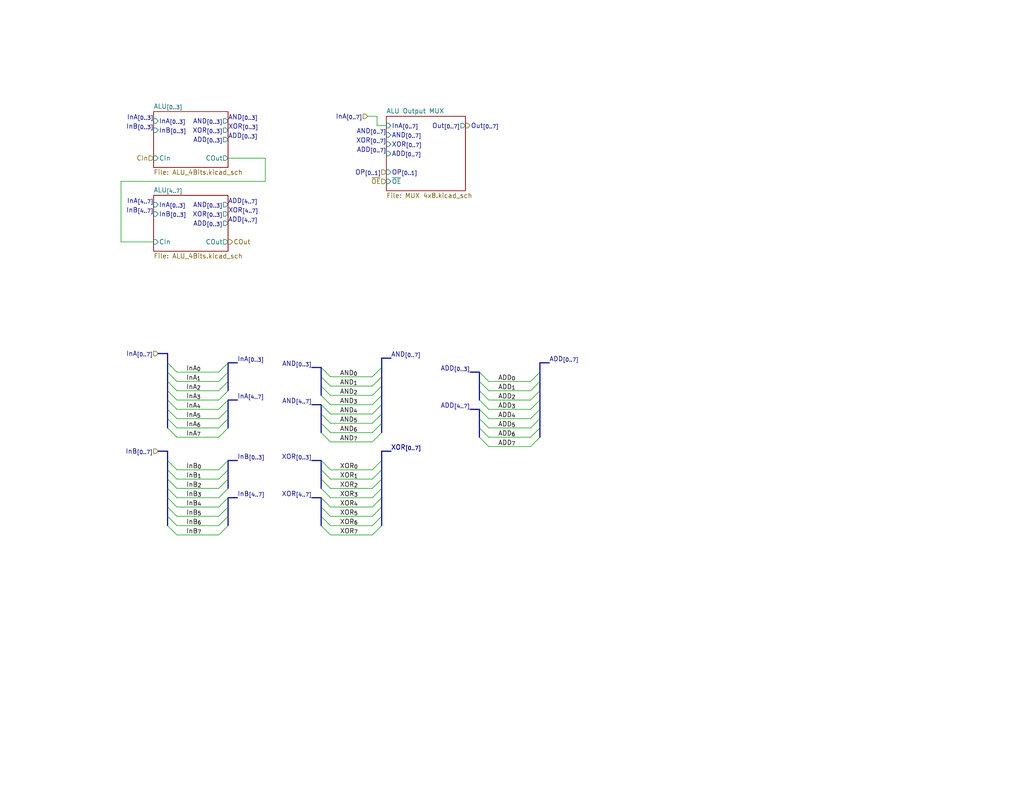
<source format=kicad_sch>
(kicad_sch
	(version 20250114)
	(generator "eeschema")
	(generator_version "9.0")
	(uuid "5d61db1c-1fb1-4335-92ed-ef6d6cf8c614")
	(paper "USLetter")
	(title_block
		(title "BRISC8 CPU")
		(date "2025-06-05")
		(rev "v1.0.0")
		(company "Brian Duffy")
		(comment 3 "Compatible with the BRISC8 assembler and compiler suite.")
		(comment 4 "Simple 8-bit RISC CPU designed by Brian Duffy to explore the lowest level of computing.")
	)
	(lib_symbols)
	(bus_entry
		(at 101.6 102.87)
		(size 2.54 -2.54)
		(stroke
			(width 0)
			(type default)
		)
		(uuid "00625fc0-2247-4c55-9ba6-cb5289afbade")
	)
	(bus_entry
		(at 144.78 111.76)
		(size 2.54 -2.54)
		(stroke
			(width 0)
			(type default)
		)
		(uuid "077aed6e-470e-4353-8ac8-ec5d31a1ff93")
	)
	(bus_entry
		(at 45.72 101.6)
		(size 2.54 2.54)
		(stroke
			(width 0)
			(type default)
		)
		(uuid "11730953-4dbd-4724-a6ae-655234eb4abb")
	)
	(bus_entry
		(at 130.81 104.14)
		(size 2.54 2.54)
		(stroke
			(width 0)
			(type default)
		)
		(uuid "1acd7a58-0b49-4c49-abaf-196980b18440")
	)
	(bus_entry
		(at 45.72 138.43)
		(size 2.54 2.54)
		(stroke
			(width 0)
			(type default)
		)
		(uuid "1e6281b9-8fa0-440d-be95-0fccde615086")
	)
	(bus_entry
		(at 45.72 111.76)
		(size 2.54 2.54)
		(stroke
			(width 0)
			(type default)
		)
		(uuid "1f1a138f-c6a5-4ae4-9059-b9bf838948c0")
	)
	(bus_entry
		(at 101.6 118.11)
		(size 2.54 -2.54)
		(stroke
			(width 0)
			(type default)
		)
		(uuid "21d45b31-bf68-4662-a64e-f4e85bb03f30")
	)
	(bus_entry
		(at 101.6 130.81)
		(size 2.54 -2.54)
		(stroke
			(width 0)
			(type default)
		)
		(uuid "25926dbb-48af-4df0-a290-00a4f95da259")
	)
	(bus_entry
		(at 59.69 133.35)
		(size 2.54 -2.54)
		(stroke
			(width 0)
			(type default)
		)
		(uuid "2714de53-a849-45f0-8c28-28ec41f014e2")
	)
	(bus_entry
		(at 101.6 107.95)
		(size 2.54 -2.54)
		(stroke
			(width 0)
			(type default)
		)
		(uuid "278bef6c-6cac-426e-8fb3-96d0ba48dd1b")
	)
	(bus_entry
		(at 59.69 130.81)
		(size 2.54 -2.54)
		(stroke
			(width 0)
			(type default)
		)
		(uuid "2bd5edca-5aec-436b-af78-d3ecd08f8a15")
	)
	(bus_entry
		(at 101.6 140.97)
		(size 2.54 -2.54)
		(stroke
			(width 0)
			(type default)
		)
		(uuid "2fd04a4a-17f2-4875-91bc-4636b7ef9263")
	)
	(bus_entry
		(at 87.63 138.43)
		(size 2.54 2.54)
		(stroke
			(width 0)
			(type default)
		)
		(uuid "326c655f-2a37-4758-be97-1113201c667e")
	)
	(bus_entry
		(at 101.6 110.49)
		(size 2.54 -2.54)
		(stroke
			(width 0)
			(type default)
		)
		(uuid "3276fc2f-b654-42bd-ab86-8b24c339b1ea")
	)
	(bus_entry
		(at 45.72 114.3)
		(size 2.54 2.54)
		(stroke
			(width 0)
			(type default)
		)
		(uuid "3bc35fc6-2eca-47e4-848b-26153320b222")
	)
	(bus_entry
		(at 101.6 115.57)
		(size 2.54 -2.54)
		(stroke
			(width 0)
			(type default)
		)
		(uuid "40a91b12-e76c-4baf-8913-61a214a2b176")
	)
	(bus_entry
		(at 144.78 116.84)
		(size 2.54 -2.54)
		(stroke
			(width 0)
			(type default)
		)
		(uuid "4ae133a9-3c0e-4796-8748-f7ca588f67e1")
	)
	(bus_entry
		(at 45.72 140.97)
		(size 2.54 2.54)
		(stroke
			(width 0)
			(type default)
		)
		(uuid "4af19ed4-0ce0-4151-b71f-85280f717634")
	)
	(bus_entry
		(at 59.69 109.22)
		(size 2.54 -2.54)
		(stroke
			(width 0)
			(type default)
		)
		(uuid "4dbbf503-924c-4a6d-8a4c-fd3689b1b3ee")
	)
	(bus_entry
		(at 130.81 119.38)
		(size 2.54 2.54)
		(stroke
			(width 0)
			(type default)
		)
		(uuid "5034ccb3-f912-4043-b9df-f2151c53c65c")
	)
	(bus_entry
		(at 59.69 138.43)
		(size 2.54 -2.54)
		(stroke
			(width 0)
			(type default)
		)
		(uuid "50ff38bf-7553-4414-8e1c-850415aec2fe")
	)
	(bus_entry
		(at 101.6 138.43)
		(size 2.54 -2.54)
		(stroke
			(width 0)
			(type default)
		)
		(uuid "5235a11d-b441-4f34-bf28-6006288fd487")
	)
	(bus_entry
		(at 101.6 135.89)
		(size 2.54 -2.54)
		(stroke
			(width 0)
			(type default)
		)
		(uuid "53446852-3782-4184-81f9-dd2c9189eecf")
	)
	(bus_entry
		(at 87.63 135.89)
		(size 2.54 2.54)
		(stroke
			(width 0)
			(type default)
		)
		(uuid "537ad834-6a3a-44b8-ae6d-3d54d9f47cd2")
	)
	(bus_entry
		(at 130.81 114.3)
		(size 2.54 2.54)
		(stroke
			(width 0)
			(type default)
		)
		(uuid "53872ac1-7b6b-4c15-b942-589b8f042624")
	)
	(bus_entry
		(at 130.81 111.76)
		(size 2.54 2.54)
		(stroke
			(width 0)
			(type default)
		)
		(uuid "53a779d0-9c29-4324-aacd-bcc7f987e976")
	)
	(bus_entry
		(at 101.6 133.35)
		(size 2.54 -2.54)
		(stroke
			(width 0)
			(type default)
		)
		(uuid "5b572fab-0711-4e6e-8b55-b8ecd1a3305f")
	)
	(bus_entry
		(at 101.6 128.27)
		(size 2.54 -2.54)
		(stroke
			(width 0)
			(type default)
		)
		(uuid "5bb191b8-b164-4b50-b4e7-dcf988ae63e1")
	)
	(bus_entry
		(at 87.63 128.27)
		(size 2.54 2.54)
		(stroke
			(width 0)
			(type default)
		)
		(uuid "5d85b030-35a0-45ab-a731-9105e32c41f2")
	)
	(bus_entry
		(at 45.72 130.81)
		(size 2.54 2.54)
		(stroke
			(width 0)
			(type default)
		)
		(uuid "5f044c6b-0e5f-4eda-b50a-45d262d8f3c0")
	)
	(bus_entry
		(at 45.72 116.84)
		(size 2.54 2.54)
		(stroke
			(width 0)
			(type default)
		)
		(uuid "6726b81c-5cd1-43f4-8875-6a493f991443")
	)
	(bus_entry
		(at 144.78 106.68)
		(size 2.54 -2.54)
		(stroke
			(width 0)
			(type default)
		)
		(uuid "6b44e49d-dc10-44aa-be4b-0827103a4c4c")
	)
	(bus_entry
		(at 59.69 146.05)
		(size 2.54 -2.54)
		(stroke
			(width 0)
			(type default)
		)
		(uuid "6d60e42e-892d-414b-a290-9bdd01b8b2a8")
	)
	(bus_entry
		(at 59.69 101.6)
		(size 2.54 -2.54)
		(stroke
			(width 0)
			(type default)
		)
		(uuid "74d29c3a-3c3e-4e9e-865b-67a4451ba556")
	)
	(bus_entry
		(at 59.69 119.38)
		(size 2.54 -2.54)
		(stroke
			(width 0)
			(type default)
		)
		(uuid "755e5a6a-0e08-4b1e-9291-37466a58f8c8")
	)
	(bus_entry
		(at 45.72 106.68)
		(size 2.54 2.54)
		(stroke
			(width 0)
			(type default)
		)
		(uuid "75c54168-69e2-43bc-a425-cf46c3d09cc3")
	)
	(bus_entry
		(at 101.6 105.41)
		(size 2.54 -2.54)
		(stroke
			(width 0)
			(type default)
		)
		(uuid "76758399-4514-438e-ae49-a246048da72c")
	)
	(bus_entry
		(at 59.69 140.97)
		(size 2.54 -2.54)
		(stroke
			(width 0)
			(type default)
		)
		(uuid "7fa517ee-b6db-4304-aa33-4c98e788eeb9")
	)
	(bus_entry
		(at 59.69 135.89)
		(size 2.54 -2.54)
		(stroke
			(width 0)
			(type default)
		)
		(uuid "7ff657fb-422b-4226-ad5a-409771b2b516")
	)
	(bus_entry
		(at 87.63 107.95)
		(size 2.54 2.54)
		(stroke
			(width 0)
			(type default)
		)
		(uuid "827d925e-c8ba-42a6-9e50-15b31d84d7d0")
	)
	(bus_entry
		(at 101.6 146.05)
		(size 2.54 -2.54)
		(stroke
			(width 0)
			(type default)
		)
		(uuid "835220e0-5adf-4ded-9e11-5af06bb633a9")
	)
	(bus_entry
		(at 87.63 125.73)
		(size 2.54 2.54)
		(stroke
			(width 0)
			(type default)
		)
		(uuid "86db59d2-a475-4afa-83fe-d1d7673cd1e3")
	)
	(bus_entry
		(at 59.69 106.68)
		(size 2.54 -2.54)
		(stroke
			(width 0)
			(type default)
		)
		(uuid "8a45b8df-aaf9-4759-b6db-a7fb501d5315")
	)
	(bus_entry
		(at 130.81 109.22)
		(size 2.54 2.54)
		(stroke
			(width 0)
			(type default)
		)
		(uuid "8b02731a-5ca7-4a4d-93cc-8d0bbb96d735")
	)
	(bus_entry
		(at 45.72 143.51)
		(size 2.54 2.54)
		(stroke
			(width 0)
			(type default)
		)
		(uuid "8b1f1eac-ed12-47af-9d65-96b36b39019c")
	)
	(bus_entry
		(at 59.69 128.27)
		(size 2.54 -2.54)
		(stroke
			(width 0)
			(type default)
		)
		(uuid "8e73a34c-e568-46f8-a6d3-dcc17153d86c")
	)
	(bus_entry
		(at 87.63 102.87)
		(size 2.54 2.54)
		(stroke
			(width 0)
			(type default)
		)
		(uuid "90aa6c57-76df-4e3c-835f-e873e6aae77e")
	)
	(bus_entry
		(at 87.63 105.41)
		(size 2.54 2.54)
		(stroke
			(width 0)
			(type default)
		)
		(uuid "9311e9e1-84ae-4687-8dd6-81d5fb357537")
	)
	(bus_entry
		(at 59.69 143.51)
		(size 2.54 -2.54)
		(stroke
			(width 0)
			(type default)
		)
		(uuid "970c4b51-90c8-48c8-b524-7dda7690eb11")
	)
	(bus_entry
		(at 87.63 110.49)
		(size 2.54 2.54)
		(stroke
			(width 0)
			(type default)
		)
		(uuid "a2f36327-ad0d-41a0-b825-b76c38688458")
	)
	(bus_entry
		(at 101.6 120.65)
		(size 2.54 -2.54)
		(stroke
			(width 0)
			(type default)
		)
		(uuid "a372d5d7-d66d-4e9f-b7eb-07b9e3f48371")
	)
	(bus_entry
		(at 130.81 116.84)
		(size 2.54 2.54)
		(stroke
			(width 0)
			(type default)
		)
		(uuid "a417937e-d6f2-4847-9ea0-29a8538c591a")
	)
	(bus_entry
		(at 144.78 104.14)
		(size 2.54 -2.54)
		(stroke
			(width 0)
			(type default)
		)
		(uuid "a58afeb6-3d67-4dca-98bc-240412af57f3")
	)
	(bus_entry
		(at 45.72 135.89)
		(size 2.54 2.54)
		(stroke
			(width 0)
			(type default)
		)
		(uuid "a724fc53-0c4a-424a-a47c-d24b14615e1e")
	)
	(bus_entry
		(at 45.72 133.35)
		(size 2.54 2.54)
		(stroke
			(width 0)
			(type default)
		)
		(uuid "ae9c1ba5-0cf0-4c47-8367-9cadaa5b01fe")
	)
	(bus_entry
		(at 59.69 104.14)
		(size 2.54 -2.54)
		(stroke
			(width 0)
			(type default)
		)
		(uuid "b2f42010-33a4-43f0-8ad8-ebbfb3d3e6bd")
	)
	(bus_entry
		(at 130.81 106.68)
		(size 2.54 2.54)
		(stroke
			(width 0)
			(type default)
		)
		(uuid "b607965f-57a5-4ab6-acca-3697da563801")
	)
	(bus_entry
		(at 45.72 128.27)
		(size 2.54 2.54)
		(stroke
			(width 0)
			(type default)
		)
		(uuid "b60c883a-4bcf-480a-9744-11ddcd185da4")
	)
	(bus_entry
		(at 144.78 121.92)
		(size 2.54 -2.54)
		(stroke
			(width 0)
			(type default)
		)
		(uuid "b62eba0c-a76f-4c0b-9f24-8c94e75bfe81")
	)
	(bus_entry
		(at 59.69 116.84)
		(size 2.54 -2.54)
		(stroke
			(width 0)
			(type default)
		)
		(uuid "ba0cb1e6-bdea-4f3f-8771-64417c15a803")
	)
	(bus_entry
		(at 101.6 143.51)
		(size 2.54 -2.54)
		(stroke
			(width 0)
			(type default)
		)
		(uuid "bce87b11-8911-48f6-bce1-58ad1134db1f")
	)
	(bus_entry
		(at 87.63 143.51)
		(size 2.54 2.54)
		(stroke
			(width 0)
			(type default)
		)
		(uuid "c1c26569-9625-4dda-bb52-bae72fb62a5c")
	)
	(bus_entry
		(at 87.63 118.11)
		(size 2.54 2.54)
		(stroke
			(width 0)
			(type default)
		)
		(uuid "c9fc8676-85ce-48a5-beac-0b261ba6db89")
	)
	(bus_entry
		(at 45.72 104.14)
		(size 2.54 2.54)
		(stroke
			(width 0)
			(type default)
		)
		(uuid "ca9e7ace-f394-42c3-88e5-3832ff3796ec")
	)
	(bus_entry
		(at 45.72 99.06)
		(size 2.54 2.54)
		(stroke
			(width 0)
			(type default)
		)
		(uuid "ccc71c24-3e02-49e1-8ee9-11b1aa8dc356")
	)
	(bus_entry
		(at 59.69 114.3)
		(size 2.54 -2.54)
		(stroke
			(width 0)
			(type default)
		)
		(uuid "d81590f1-a9f9-4a7a-8b60-69f44090df7e")
	)
	(bus_entry
		(at 144.78 119.38)
		(size 2.54 -2.54)
		(stroke
			(width 0)
			(type default)
		)
		(uuid "dfb43d5c-8656-42b6-9872-c4a5bd0f97bc")
	)
	(bus_entry
		(at 59.69 111.76)
		(size 2.54 -2.54)
		(stroke
			(width 0)
			(type default)
		)
		(uuid "e01302dd-c367-43cc-8044-bb57cbbc9e75")
	)
	(bus_entry
		(at 130.81 101.6)
		(size 2.54 2.54)
		(stroke
			(width 0)
			(type default)
		)
		(uuid "e241bd4a-f844-4531-a734-d7363ed575fa")
	)
	(bus_entry
		(at 87.63 130.81)
		(size 2.54 2.54)
		(stroke
			(width 0)
			(type default)
		)
		(uuid "e5ab56e7-6013-4b45-ab3c-ef1209b7ffff")
	)
	(bus_entry
		(at 87.63 133.35)
		(size 2.54 2.54)
		(stroke
			(width 0)
			(type default)
		)
		(uuid "e5f3a1db-0d5c-495a-8fa5-01649fdbf5ac")
	)
	(bus_entry
		(at 144.78 114.3)
		(size 2.54 -2.54)
		(stroke
			(width 0)
			(type default)
		)
		(uuid "e649d140-27f1-46da-84eb-1d7a8c9c6d9d")
	)
	(bus_entry
		(at 87.63 140.97)
		(size 2.54 2.54)
		(stroke
			(width 0)
			(type default)
		)
		(uuid "e75e4882-e318-438c-91f9-ddaa2b958307")
	)
	(bus_entry
		(at 87.63 113.03)
		(size 2.54 2.54)
		(stroke
			(width 0)
			(type default)
		)
		(uuid "eb970173-dfe4-4661-aeb2-11afc95e5a4c")
	)
	(bus_entry
		(at 101.6 113.03)
		(size 2.54 -2.54)
		(stroke
			(width 0)
			(type default)
		)
		(uuid "eb988a9c-7b8d-421f-8b7a-721bd3367e51")
	)
	(bus_entry
		(at 87.63 100.33)
		(size 2.54 2.54)
		(stroke
			(width 0)
			(type default)
		)
		(uuid "ebd86daf-cec1-4a01-b193-6352d9d857d9")
	)
	(bus_entry
		(at 87.63 115.57)
		(size 2.54 2.54)
		(stroke
			(width 0)
			(type default)
		)
		(uuid "f0a0e52c-8687-45f2-bf4e-473ed614ca7d")
	)
	(bus_entry
		(at 45.72 125.73)
		(size 2.54 2.54)
		(stroke
			(width 0)
			(type default)
		)
		(uuid "f0dd2d8e-699d-4e2e-92b3-9a424be9e333")
	)
	(bus_entry
		(at 144.78 109.22)
		(size 2.54 -2.54)
		(stroke
			(width 0)
			(type default)
		)
		(uuid "fbb60b9b-1703-4006-83c5-c19481742d16")
	)
	(bus_entry
		(at 45.72 109.22)
		(size 2.54 2.54)
		(stroke
			(width 0)
			(type default)
		)
		(uuid "fc0c0a9a-a54a-4cb5-880a-5ab623a96b06")
	)
	(bus
		(pts
			(xy 45.72 101.6) (xy 45.72 104.14)
		)
		(stroke
			(width 0)
			(type default)
		)
		(uuid "04915721-ac5e-4512-8a36-2c17581092f0")
	)
	(bus
		(pts
			(xy 104.14 128.27) (xy 104.14 125.73)
		)
		(stroke
			(width 0)
			(type default)
		)
		(uuid "053f6674-9f73-4d00-9666-a077e1753111")
	)
	(wire
		(pts
			(xy 90.17 115.57) (xy 101.6 115.57)
		)
		(stroke
			(width 0)
			(type default)
		)
		(uuid "077f75ad-152a-4ca4-914f-b782775d90e0")
	)
	(bus
		(pts
			(xy 62.23 128.27) (xy 62.23 125.73)
		)
		(stroke
			(width 0)
			(type default)
		)
		(uuid "0b235849-866e-4074-b47c-99309eab4700")
	)
	(bus
		(pts
			(xy 62.23 116.84) (xy 62.23 114.3)
		)
		(stroke
			(width 0)
			(type default)
		)
		(uuid "0b5aba9b-f196-4b7b-af14-11b26f9b83f3")
	)
	(bus
		(pts
			(xy 130.81 104.14) (xy 130.81 101.6)
		)
		(stroke
			(width 0)
			(type default)
		)
		(uuid "0c4b6ae2-6c32-4b3d-ac33-7e03325ffd23")
	)
	(bus
		(pts
			(xy 147.32 114.3) (xy 147.32 111.76)
		)
		(stroke
			(width 0)
			(type default)
		)
		(uuid "0d7fe09a-c614-40f8-825b-d198e7145d9e")
	)
	(bus
		(pts
			(xy 104.14 125.73) (xy 104.14 123.19)
		)
		(stroke
			(width 0)
			(type default)
		)
		(uuid "0dc705da-afc1-4eee-8d95-118394076e9d")
	)
	(bus
		(pts
			(xy 45.72 111.76) (xy 45.72 114.3)
		)
		(stroke
			(width 0)
			(type default)
		)
		(uuid "107a1368-4def-4569-bf73-5e20fe5bbfcb")
	)
	(wire
		(pts
			(xy 90.17 120.65) (xy 101.6 120.65)
		)
		(stroke
			(width 0)
			(type default)
		)
		(uuid "14686abb-5993-4725-8764-0be926a5990b")
	)
	(bus
		(pts
			(xy 62.23 99.06) (xy 64.77 99.06)
		)
		(stroke
			(width 0)
			(type default)
		)
		(uuid "1468ee7d-b7d5-42bb-b080-7c4ca53d5956")
	)
	(bus
		(pts
			(xy 45.72 106.68) (xy 45.72 109.22)
		)
		(stroke
			(width 0)
			(type default)
		)
		(uuid "150fd482-9734-4760-9259-8572215a2e5d")
	)
	(wire
		(pts
			(xy 72.39 43.18) (xy 72.39 49.53)
		)
		(stroke
			(width 0)
			(type default)
		)
		(uuid "16472679-2ee8-4b7f-8e94-4bbb11c28afa")
	)
	(bus
		(pts
			(xy 104.14 123.19) (xy 106.68 123.19)
		)
		(stroke
			(width 0)
			(type default)
		)
		(uuid "19c5c3fa-f3c8-4638-bd4b-df8cc7343132")
	)
	(wire
		(pts
			(xy 100.33 31.75) (xy 102.87 31.75)
		)
		(stroke
			(width 0)
			(type default)
		)
		(uuid "1b2753d8-104b-4e8f-8190-48ec80a8986a")
	)
	(wire
		(pts
			(xy 48.26 114.3) (xy 59.69 114.3)
		)
		(stroke
			(width 0)
			(type default)
		)
		(uuid "1c72cf65-9436-413e-85b2-3df7c2880bff")
	)
	(wire
		(pts
			(xy 90.17 138.43) (xy 101.6 138.43)
		)
		(stroke
			(width 0)
			(type default)
		)
		(uuid "1cd77d84-4baa-4f67-924b-2325e50fee26")
	)
	(wire
		(pts
			(xy 33.02 49.53) (xy 33.02 66.04)
		)
		(stroke
			(width 0)
			(type default)
		)
		(uuid "1f318c75-76e4-4f8f-ba90-afaa9fc608a9")
	)
	(bus
		(pts
			(xy 87.63 133.35) (xy 87.63 130.81)
		)
		(stroke
			(width 0)
			(type default)
		)
		(uuid "1f922b1a-dc0b-4cc7-a54f-020e2788ef7d")
	)
	(wire
		(pts
			(xy 90.17 110.49) (xy 101.6 110.49)
		)
		(stroke
			(width 0)
			(type default)
		)
		(uuid "22168963-a776-485a-ae4b-c7f3a25701cb")
	)
	(bus
		(pts
			(xy 104.14 140.97) (xy 104.14 138.43)
		)
		(stroke
			(width 0)
			(type default)
		)
		(uuid "224b1175-3bbd-413b-8210-b1e7cee6ce5f")
	)
	(wire
		(pts
			(xy 48.26 133.35) (xy 59.69 133.35)
		)
		(stroke
			(width 0)
			(type default)
		)
		(uuid "25bb5905-edbd-4811-aac0-dc7a913c3062")
	)
	(bus
		(pts
			(xy 147.32 99.06) (xy 149.86 99.06)
		)
		(stroke
			(width 0)
			(type default)
		)
		(uuid "269132f3-3d4c-4668-a109-19d2c5659491")
	)
	(bus
		(pts
			(xy 147.32 119.38) (xy 147.32 116.84)
		)
		(stroke
			(width 0)
			(type default)
		)
		(uuid "28e1be91-d17c-438e-affd-e2f35bea61f8")
	)
	(wire
		(pts
			(xy 90.17 113.03) (xy 101.6 113.03)
		)
		(stroke
			(width 0)
			(type default)
		)
		(uuid "296cf7a8-e1c8-4847-a961-bdf152551575")
	)
	(wire
		(pts
			(xy 48.26 119.38) (xy 59.69 119.38)
		)
		(stroke
			(width 0)
			(type default)
		)
		(uuid "2ad3eb5c-15e7-4ee4-932c-e0a248046193")
	)
	(wire
		(pts
			(xy 48.26 138.43) (xy 59.69 138.43)
		)
		(stroke
			(width 0)
			(type default)
		)
		(uuid "2e5a6d96-99c2-4762-a71b-3a6483daec07")
	)
	(bus
		(pts
			(xy 87.63 115.57) (xy 87.63 113.03)
		)
		(stroke
			(width 0)
			(type default)
		)
		(uuid "2e9b36aa-58b3-47ef-9e64-45f7a6dd85a0")
	)
	(bus
		(pts
			(xy 104.14 143.51) (xy 104.14 140.97)
		)
		(stroke
			(width 0)
			(type default)
		)
		(uuid "3022a8eb-efd5-42cd-a923-3355bc55095c")
	)
	(wire
		(pts
			(xy 90.17 102.87) (xy 101.6 102.87)
		)
		(stroke
			(width 0)
			(type default)
		)
		(uuid "31cb938e-b069-4598-920f-ff84482d097c")
	)
	(bus
		(pts
			(xy 45.72 99.06) (xy 45.72 101.6)
		)
		(stroke
			(width 0)
			(type default)
		)
		(uuid "33eac52c-c0f9-463b-a3a2-d55e18ae89ac")
	)
	(bus
		(pts
			(xy 130.81 116.84) (xy 130.81 114.3)
		)
		(stroke
			(width 0)
			(type default)
		)
		(uuid "3600a554-8ede-465b-8adc-4b96e151c215")
	)
	(wire
		(pts
			(xy 133.35 121.92) (xy 144.78 121.92)
		)
		(stroke
			(width 0)
			(type default)
		)
		(uuid "369be6c3-f5ec-46bd-88f9-42d0ffc4accb")
	)
	(bus
		(pts
			(xy 85.09 135.89) (xy 87.63 135.89)
		)
		(stroke
			(width 0)
			(type default)
		)
		(uuid "38f26997-a1bc-430b-beb2-5b8bbd25f0a8")
	)
	(bus
		(pts
			(xy 43.18 96.52) (xy 45.72 96.52)
		)
		(stroke
			(width 0)
			(type default)
		)
		(uuid "3d617ea1-917f-49e8-b7d0-f777ef231ae8")
	)
	(bus
		(pts
			(xy 62.23 138.43) (xy 62.23 135.89)
		)
		(stroke
			(width 0)
			(type default)
		)
		(uuid "3e6e9cd3-fd04-4943-b303-b996854ce6c3")
	)
	(wire
		(pts
			(xy 48.26 146.05) (xy 59.69 146.05)
		)
		(stroke
			(width 0)
			(type default)
		)
		(uuid "413b4422-e6f0-4910-b84d-5fd958b1c593")
	)
	(bus
		(pts
			(xy 85.09 125.73) (xy 87.63 125.73)
		)
		(stroke
			(width 0)
			(type default)
		)
		(uuid "46b36f2d-350e-4a0e-88a2-83ce19dc3d8f")
	)
	(wire
		(pts
			(xy 133.35 119.38) (xy 144.78 119.38)
		)
		(stroke
			(width 0)
			(type default)
		)
		(uuid "47405997-9e3b-49aa-b213-7fa4f818ca7f")
	)
	(bus
		(pts
			(xy 104.14 113.03) (xy 104.14 110.49)
		)
		(stroke
			(width 0)
			(type default)
		)
		(uuid "48b73990-8f21-4438-a315-27c999e4e5d8")
	)
	(bus
		(pts
			(xy 45.72 138.43) (xy 45.72 140.97)
		)
		(stroke
			(width 0)
			(type default)
		)
		(uuid "48ee4df2-4b05-4d69-b7de-ce0c69fe6f68")
	)
	(bus
		(pts
			(xy 62.23 111.76) (xy 62.23 109.22)
		)
		(stroke
			(width 0)
			(type default)
		)
		(uuid "49988d68-0397-4212-8d02-233312214897")
	)
	(bus
		(pts
			(xy 45.72 125.73) (xy 45.72 128.27)
		)
		(stroke
			(width 0)
			(type default)
		)
		(uuid "4a0cfa44-1f05-48bf-95b2-994803f5b747")
	)
	(bus
		(pts
			(xy 147.32 101.6) (xy 147.32 99.06)
		)
		(stroke
			(width 0)
			(type default)
		)
		(uuid "4bbcc7e2-c7e4-444e-8a2f-36fc7f7e89b6")
	)
	(bus
		(pts
			(xy 45.72 123.19) (xy 45.72 125.73)
		)
		(stroke
			(width 0)
			(type default)
		)
		(uuid "4c981c2d-3ee3-4d9f-8458-13d3b7ca179d")
	)
	(wire
		(pts
			(xy 133.35 106.68) (xy 144.78 106.68)
		)
		(stroke
			(width 0)
			(type default)
		)
		(uuid "4e420eb2-40b8-4696-ae39-80b7ebf52c78")
	)
	(wire
		(pts
			(xy 133.35 109.22) (xy 144.78 109.22)
		)
		(stroke
			(width 0)
			(type default)
		)
		(uuid "4fa14ac9-fc8b-40ca-a818-d11fd596d891")
	)
	(wire
		(pts
			(xy 90.17 128.27) (xy 101.6 128.27)
		)
		(stroke
			(width 0)
			(type default)
		)
		(uuid "51b0e002-575a-4c98-adc3-46fcd4401dbe")
	)
	(wire
		(pts
			(xy 48.26 143.51) (xy 59.69 143.51)
		)
		(stroke
			(width 0)
			(type default)
		)
		(uuid "53e33688-24f9-41e4-9d48-52db9f8533df")
	)
	(bus
		(pts
			(xy 128.27 101.6) (xy 130.81 101.6)
		)
		(stroke
			(width 0)
			(type default)
		)
		(uuid "5ca2f8b2-e58c-40c2-81e1-bf32290dac90")
	)
	(bus
		(pts
			(xy 104.14 135.89) (xy 104.14 133.35)
		)
		(stroke
			(width 0)
			(type default)
		)
		(uuid "5f364f43-a2b1-43cf-a58c-6a3a878a6adf")
	)
	(bus
		(pts
			(xy 147.32 109.22) (xy 147.32 106.68)
		)
		(stroke
			(width 0)
			(type default)
		)
		(uuid "5f4adfc4-3878-4df3-9111-21f7c33e0ca0")
	)
	(bus
		(pts
			(xy 85.09 110.49) (xy 87.63 110.49)
		)
		(stroke
			(width 0)
			(type default)
		)
		(uuid "5f590ed4-1682-46c7-bbeb-fd44c4d304b4")
	)
	(bus
		(pts
			(xy 104.14 110.49) (xy 104.14 107.95)
		)
		(stroke
			(width 0)
			(type default)
		)
		(uuid "624a24db-da6d-4a71-9911-d06e4af7f8af")
	)
	(bus
		(pts
			(xy 104.14 100.33) (xy 104.14 97.79)
		)
		(stroke
			(width 0)
			(type default)
		)
		(uuid "62508fc2-b63e-44eb-b1bc-68fdffe66922")
	)
	(bus
		(pts
			(xy 87.63 102.87) (xy 87.63 100.33)
		)
		(stroke
			(width 0)
			(type default)
		)
		(uuid "63a6b116-c851-4407-9026-5296b5e6f340")
	)
	(wire
		(pts
			(xy 102.87 34.29) (xy 105.41 34.29)
		)
		(stroke
			(width 0)
			(type default)
		)
		(uuid "6716b9da-4ad2-4664-ab52-d458e89e2219")
	)
	(wire
		(pts
			(xy 48.26 101.6) (xy 59.69 101.6)
		)
		(stroke
			(width 0)
			(type default)
		)
		(uuid "6891b54f-664b-47e9-a96e-55b21e169e5c")
	)
	(bus
		(pts
			(xy 45.72 114.3) (xy 45.72 116.84)
		)
		(stroke
			(width 0)
			(type default)
		)
		(uuid "68d71caf-8ec5-4435-974b-106bb11ed881")
	)
	(wire
		(pts
			(xy 90.17 140.97) (xy 101.6 140.97)
		)
		(stroke
			(width 0)
			(type default)
		)
		(uuid "6d9e1f24-7e3e-4784-97c3-0936713c0d80")
	)
	(wire
		(pts
			(xy 48.26 140.97) (xy 59.69 140.97)
		)
		(stroke
			(width 0)
			(type default)
		)
		(uuid "6e4dc5d7-58d0-40e9-8c9f-5968a17d6468")
	)
	(bus
		(pts
			(xy 104.14 102.87) (xy 104.14 100.33)
		)
		(stroke
			(width 0)
			(type default)
		)
		(uuid "724a5a93-98ae-46c1-be01-94dc95c184f7")
	)
	(bus
		(pts
			(xy 104.14 97.79) (xy 106.68 97.79)
		)
		(stroke
			(width 0)
			(type default)
		)
		(uuid "7349d63c-26dc-498c-a28c-a0204b31dcd1")
	)
	(wire
		(pts
			(xy 90.17 133.35) (xy 101.6 133.35)
		)
		(stroke
			(width 0)
			(type default)
		)
		(uuid "747d9fa0-b6ae-4456-a7da-2f33a20532a1")
	)
	(wire
		(pts
			(xy 62.23 43.18) (xy 72.39 43.18)
		)
		(stroke
			(width 0)
			(type default)
		)
		(uuid "7726d488-ddbc-4516-b77b-d96d74479c57")
	)
	(bus
		(pts
			(xy 87.63 130.81) (xy 87.63 128.27)
		)
		(stroke
			(width 0)
			(type default)
		)
		(uuid "7984f410-e617-4ccc-aa73-abd104f4db63")
	)
	(wire
		(pts
			(xy 48.26 104.14) (xy 59.69 104.14)
		)
		(stroke
			(width 0)
			(type default)
		)
		(uuid "7a3c2ec4-185e-4124-b4e7-884cb68953b0")
	)
	(bus
		(pts
			(xy 104.14 138.43) (xy 104.14 135.89)
		)
		(stroke
			(width 0)
			(type default)
		)
		(uuid "7c0caecf-a6e8-4e6b-b542-15bcf77880e9")
	)
	(bus
		(pts
			(xy 87.63 118.11) (xy 87.63 115.57)
		)
		(stroke
			(width 0)
			(type default)
		)
		(uuid "7cf42890-4721-4cb1-ba2f-5cc125bf6a82")
	)
	(bus
		(pts
			(xy 62.23 130.81) (xy 62.23 128.27)
		)
		(stroke
			(width 0)
			(type default)
		)
		(uuid "801953c4-9b99-4464-af28-63d3bda7e598")
	)
	(wire
		(pts
			(xy 48.26 109.22) (xy 59.69 109.22)
		)
		(stroke
			(width 0)
			(type default)
		)
		(uuid "80490ea5-d6b3-40ec-ac90-82276132e634")
	)
	(bus
		(pts
			(xy 147.32 116.84) (xy 147.32 114.3)
		)
		(stroke
			(width 0)
			(type default)
		)
		(uuid "87bec827-d5ab-4393-a4f2-f44915eca0dc")
	)
	(bus
		(pts
			(xy 45.72 104.14) (xy 45.72 106.68)
		)
		(stroke
			(width 0)
			(type default)
		)
		(uuid "885d2fdd-31ff-49f1-9452-5f18150a4424")
	)
	(bus
		(pts
			(xy 43.18 123.19) (xy 45.72 123.19)
		)
		(stroke
			(width 0)
			(type default)
		)
		(uuid "89ff8128-6283-4513-b6ed-98d8159bcd9d")
	)
	(bus
		(pts
			(xy 62.23 106.68) (xy 62.23 104.14)
		)
		(stroke
			(width 0)
			(type default)
		)
		(uuid "8b8163a9-296c-45dd-a27e-305fc49e497a")
	)
	(bus
		(pts
			(xy 104.14 105.41) (xy 104.14 102.87)
		)
		(stroke
			(width 0)
			(type default)
		)
		(uuid "8b99073f-d00e-453f-93fc-c72e4a3b3e14")
	)
	(wire
		(pts
			(xy 102.87 31.75) (xy 102.87 34.29)
		)
		(stroke
			(width 0)
			(type default)
		)
		(uuid "8e3bbe0f-908f-4d7a-bd9b-bc68f3465f89")
	)
	(bus
		(pts
			(xy 104.14 130.81) (xy 104.14 128.27)
		)
		(stroke
			(width 0)
			(type default)
		)
		(uuid "8f1469f9-934c-442b-adc0-a8552d936910")
	)
	(bus
		(pts
			(xy 87.63 140.97) (xy 87.63 138.43)
		)
		(stroke
			(width 0)
			(type default)
		)
		(uuid "8f8decf4-6682-44a8-a403-34cb72a302be")
	)
	(bus
		(pts
			(xy 130.81 106.68) (xy 130.81 104.14)
		)
		(stroke
			(width 0)
			(type default)
		)
		(uuid "936cfe8f-d217-46de-92a2-747b393a36b8")
	)
	(wire
		(pts
			(xy 48.26 106.68) (xy 59.69 106.68)
		)
		(stroke
			(width 0)
			(type default)
		)
		(uuid "957ec195-2def-41b2-85ac-4d32eecb8241")
	)
	(wire
		(pts
			(xy 133.35 111.76) (xy 144.78 111.76)
		)
		(stroke
			(width 0)
			(type default)
		)
		(uuid "9a2fff6f-cf01-460c-8c84-96444813f328")
	)
	(bus
		(pts
			(xy 104.14 133.35) (xy 104.14 130.81)
		)
		(stroke
			(width 0)
			(type default)
		)
		(uuid "9bb38b60-49bd-4582-bdce-e4973f314299")
	)
	(wire
		(pts
			(xy 90.17 105.41) (xy 101.6 105.41)
		)
		(stroke
			(width 0)
			(type default)
		)
		(uuid "a0ddee22-0542-4fc4-b335-b8f38555071f")
	)
	(bus
		(pts
			(xy 128.27 111.76) (xy 130.81 111.76)
		)
		(stroke
			(width 0)
			(type default)
		)
		(uuid "a28143ec-49db-44ed-8345-33f53b952a69")
	)
	(bus
		(pts
			(xy 62.23 125.73) (xy 64.77 125.73)
		)
		(stroke
			(width 0)
			(type default)
		)
		(uuid "a290e959-9157-4f95-9377-0c979dd07fa0")
	)
	(bus
		(pts
			(xy 87.63 105.41) (xy 87.63 102.87)
		)
		(stroke
			(width 0)
			(type default)
		)
		(uuid "a316dc56-d1ac-4025-9c48-ada9d7fe4583")
	)
	(bus
		(pts
			(xy 147.32 104.14) (xy 147.32 101.6)
		)
		(stroke
			(width 0)
			(type default)
		)
		(uuid "a401e8ef-a39d-4af5-a038-5d8a519d87e0")
	)
	(bus
		(pts
			(xy 87.63 107.95) (xy 87.63 105.41)
		)
		(stroke
			(width 0)
			(type default)
		)
		(uuid "a412bef5-3b52-479f-8b16-e0d0fb2ab3f0")
	)
	(bus
		(pts
			(xy 87.63 138.43) (xy 87.63 135.89)
		)
		(stroke
			(width 0)
			(type default)
		)
		(uuid "a61254d0-a7e2-4b30-b53f-7b0e500aa9fe")
	)
	(bus
		(pts
			(xy 87.63 128.27) (xy 87.63 125.73)
		)
		(stroke
			(width 0)
			(type default)
		)
		(uuid "aa2adc05-c5a8-4dcc-b129-75b881baa455")
	)
	(wire
		(pts
			(xy 48.26 130.81) (xy 59.69 130.81)
		)
		(stroke
			(width 0)
			(type default)
		)
		(uuid "adee4fc7-e19e-495d-9cd4-0e991da51afa")
	)
	(wire
		(pts
			(xy 90.17 118.11) (xy 101.6 118.11)
		)
		(stroke
			(width 0)
			(type default)
		)
		(uuid "b20ae663-034b-42f3-95cd-3439680adab7")
	)
	(wire
		(pts
			(xy 90.17 135.89) (xy 101.6 135.89)
		)
		(stroke
			(width 0)
			(type default)
		)
		(uuid "b2a929ca-20bc-4764-8101-d3d58bfe2b2a")
	)
	(wire
		(pts
			(xy 72.39 49.53) (xy 33.02 49.53)
		)
		(stroke
			(width 0)
			(type default)
		)
		(uuid "b3332526-ff1b-4333-9709-8c08fa467495")
	)
	(bus
		(pts
			(xy 130.81 114.3) (xy 130.81 111.76)
		)
		(stroke
			(width 0)
			(type default)
		)
		(uuid "b359f0fb-bbc6-4e7b-9f83-2288086c4d79")
	)
	(bus
		(pts
			(xy 62.23 143.51) (xy 62.23 140.97)
		)
		(stroke
			(width 0)
			(type default)
		)
		(uuid "b7edcfa7-8164-4e5a-a161-bd85e486830d")
	)
	(bus
		(pts
			(xy 62.23 114.3) (xy 62.23 111.76)
		)
		(stroke
			(width 0)
			(type default)
		)
		(uuid "b9353015-86c9-45a6-9f2f-59f2cb39c173")
	)
	(bus
		(pts
			(xy 130.81 119.38) (xy 130.81 116.84)
		)
		(stroke
			(width 0)
			(type default)
		)
		(uuid "ba7b2686-1800-4346-ae96-eed770b30b79")
	)
	(wire
		(pts
			(xy 133.35 116.84) (xy 144.78 116.84)
		)
		(stroke
			(width 0)
			(type default)
		)
		(uuid "bbb0d1c1-989f-4df7-b662-71d02eaebd5a")
	)
	(wire
		(pts
			(xy 90.17 107.95) (xy 101.6 107.95)
		)
		(stroke
			(width 0)
			(type default)
		)
		(uuid "c18c360f-bbec-4540-9a20-ff4e9bad0671")
	)
	(bus
		(pts
			(xy 147.32 111.76) (xy 147.32 109.22)
		)
		(stroke
			(width 0)
			(type default)
		)
		(uuid "c5944663-6a7b-49b1-b415-baafd5965a8a")
	)
	(bus
		(pts
			(xy 130.81 109.22) (xy 130.81 106.68)
		)
		(stroke
			(width 0)
			(type default)
		)
		(uuid "c7e030a6-541a-4661-a6f0-00a795eaacbe")
	)
	(wire
		(pts
			(xy 48.26 111.76) (xy 59.69 111.76)
		)
		(stroke
			(width 0)
			(type default)
		)
		(uuid "c7e3a812-3797-4302-b429-679f33d28f9e")
	)
	(wire
		(pts
			(xy 90.17 130.81) (xy 101.6 130.81)
		)
		(stroke
			(width 0)
			(type default)
		)
		(uuid "c92c486f-e18c-40d3-a472-d2f63b181e50")
	)
	(bus
		(pts
			(xy 45.72 133.35) (xy 45.72 135.89)
		)
		(stroke
			(width 0)
			(type default)
		)
		(uuid "cb5e332d-ae91-40d8-89e9-0de030cee286")
	)
	(bus
		(pts
			(xy 45.72 140.97) (xy 45.72 143.51)
		)
		(stroke
			(width 0)
			(type default)
		)
		(uuid "ce0cf551-324c-47e8-be0c-488987a9832f")
	)
	(bus
		(pts
			(xy 85.09 100.33) (xy 87.63 100.33)
		)
		(stroke
			(width 0)
			(type default)
		)
		(uuid "cffb59cc-dbdd-413d-a0f8-6271cd8a8a27")
	)
	(wire
		(pts
			(xy 48.26 135.89) (xy 59.69 135.89)
		)
		(stroke
			(width 0)
			(type default)
		)
		(uuid "d380f6ab-7d55-4784-a6b1-50d7e3af75b3")
	)
	(bus
		(pts
			(xy 87.63 113.03) (xy 87.63 110.49)
		)
		(stroke
			(width 0)
			(type default)
		)
		(uuid "d481ef84-b35f-4d4d-9eda-6982554b30ae")
	)
	(bus
		(pts
			(xy 147.32 106.68) (xy 147.32 104.14)
		)
		(stroke
			(width 0)
			(type default)
		)
		(uuid "da31cb3b-9efa-42e4-8df1-54e3b80e2e0d")
	)
	(bus
		(pts
			(xy 62.23 104.14) (xy 62.23 101.6)
		)
		(stroke
			(width 0)
			(type default)
		)
		(uuid "dc00a9cc-24fb-4a0a-95f0-f3769b551b29")
	)
	(wire
		(pts
			(xy 90.17 143.51) (xy 101.6 143.51)
		)
		(stroke
			(width 0)
			(type default)
		)
		(uuid "ddfcc32e-54e6-4ee8-999e-1c7b45581b89")
	)
	(bus
		(pts
			(xy 45.72 135.89) (xy 45.72 138.43)
		)
		(stroke
			(width 0)
			(type default)
		)
		(uuid "de2831a0-089e-4a83-bd80-73f2d9e8754e")
	)
	(wire
		(pts
			(xy 48.26 116.84) (xy 59.69 116.84)
		)
		(stroke
			(width 0)
			(type default)
		)
		(uuid "de6474dc-f85d-44b1-a89f-e7ad66adb98a")
	)
	(bus
		(pts
			(xy 104.14 107.95) (xy 104.14 105.41)
		)
		(stroke
			(width 0)
			(type default)
		)
		(uuid "de98d9e8-6e8e-41bd-b5eb-9c696432e4ab")
	)
	(bus
		(pts
			(xy 62.23 109.22) (xy 64.77 109.22)
		)
		(stroke
			(width 0)
			(type default)
		)
		(uuid "e256a1f1-679a-47f7-98ea-d08a7bc86c11")
	)
	(bus
		(pts
			(xy 62.23 135.89) (xy 64.77 135.89)
		)
		(stroke
			(width 0)
			(type default)
		)
		(uuid "e2a31419-1c10-4302-a626-3c18faaaa07c")
	)
	(wire
		(pts
			(xy 133.35 104.14) (xy 144.78 104.14)
		)
		(stroke
			(width 0)
			(type default)
		)
		(uuid "e2ac9034-5cf0-4557-aeb6-1b181c2fa56e")
	)
	(wire
		(pts
			(xy 48.26 128.27) (xy 59.69 128.27)
		)
		(stroke
			(width 0)
			(type default)
		)
		(uuid "e3b3b88d-4989-466f-8e54-5aad594eaf1a")
	)
	(bus
		(pts
			(xy 104.14 115.57) (xy 104.14 113.03)
		)
		(stroke
			(width 0)
			(type default)
		)
		(uuid "e4874f6f-b0fd-4496-b741-f227d44ae008")
	)
	(bus
		(pts
			(xy 87.63 143.51) (xy 87.63 140.97)
		)
		(stroke
			(width 0)
			(type default)
		)
		(uuid "e4b4b506-4c61-406f-843f-abd2cb65b6a0")
	)
	(bus
		(pts
			(xy 45.72 96.52) (xy 45.72 99.06)
		)
		(stroke
			(width 0)
			(type default)
		)
		(uuid "e5edc1c8-95dc-4866-912d-949114747c22")
	)
	(wire
		(pts
			(xy 133.35 114.3) (xy 144.78 114.3)
		)
		(stroke
			(width 0)
			(type default)
		)
		(uuid "e94d4596-475b-4a26-b639-379dca5f930d")
	)
	(bus
		(pts
			(xy 62.23 133.35) (xy 62.23 130.81)
		)
		(stroke
			(width 0)
			(type default)
		)
		(uuid "ebb1298a-c112-4e10-87c9-dfcd19b0e9ca")
	)
	(bus
		(pts
			(xy 45.72 109.22) (xy 45.72 111.76)
		)
		(stroke
			(width 0)
			(type default)
		)
		(uuid "ed9c58f1-ed86-4449-b3ef-d762ef56174e")
	)
	(wire
		(pts
			(xy 90.17 146.05) (xy 101.6 146.05)
		)
		(stroke
			(width 0)
			(type default)
		)
		(uuid "f09f6180-4db1-4cdb-a918-1f389ed8434d")
	)
	(bus
		(pts
			(xy 62.23 101.6) (xy 62.23 99.06)
		)
		(stroke
			(width 0)
			(type default)
		)
		(uuid "f159289b-246e-435e-9641-3fd6ed6d7191")
	)
	(bus
		(pts
			(xy 45.72 130.81) (xy 45.72 133.35)
		)
		(stroke
			(width 0)
			(type default)
		)
		(uuid "f58db127-396c-4af0-afcb-75d2709732d8")
	)
	(bus
		(pts
			(xy 62.23 140.97) (xy 62.23 138.43)
		)
		(stroke
			(width 0)
			(type default)
		)
		(uuid "f952912b-8062-442f-8148-17009c13adcd")
	)
	(bus
		(pts
			(xy 104.14 118.11) (xy 104.14 115.57)
		)
		(stroke
			(width 0)
			(type default)
		)
		(uuid "f95f1b30-662f-4f87-8e73-92ab128bbeba")
	)
	(bus
		(pts
			(xy 45.72 128.27) (xy 45.72 130.81)
		)
		(stroke
			(width 0)
			(type default)
		)
		(uuid "fb9a7101-ad16-4805-9361-3f1d80eee604")
	)
	(wire
		(pts
			(xy 33.02 66.04) (xy 41.91 66.04)
		)
		(stroke
			(width 0)
			(type default)
		)
		(uuid "ff7afa05-c44a-4567-8d95-c6f792b49f96")
	)
	(label "ADD_{[4..7]}"
		(at 128.27 111.76 180)
		(effects
			(font
				(size 1.27 1.27)
			)
			(justify right bottom)
		)
		(uuid "14b3bb28-d2ca-46dd-b4e8-ad53089ab0a3")
	)
	(label "ADD_{5}"
		(at 135.89 116.84 0)
		(effects
			(font
				(size 1.27 1.27)
			)
			(justify left bottom)
		)
		(uuid "15089f77-dca1-4d60-a6d9-5b1678c4d41d")
	)
	(label "InB_{1}"
		(at 50.8 130.81 0)
		(effects
			(font
				(size 1.27 1.27)
			)
			(justify left bottom)
		)
		(uuid "15c2da39-e7f8-45cb-ad07-056336a3cb9d")
	)
	(label "XOR_{6}"
		(at 92.71 143.51 0)
		(effects
			(font
				(size 1.27 1.27)
			)
			(justify left bottom)
		)
		(uuid "17e39961-3e39-4b90-8c1b-ec92a85791c6")
	)
	(label "InB_{4}"
		(at 50.8 138.43 0)
		(effects
			(font
				(size 1.27 1.27)
			)
			(justify left bottom)
		)
		(uuid "1987ce82-4646-412f-ba5b-2e3e3346f618")
	)
	(label "ADD_{[4..7]}"
		(at 62.23 55.88 0)
		(effects
			(font
				(size 1.27 1.27)
			)
			(justify left bottom)
		)
		(uuid "224c287a-f10d-4ce5-8228-8aab3063ccde")
	)
	(label "XOR_{7}"
		(at 92.71 146.05 0)
		(effects
			(font
				(size 1.27 1.27)
			)
			(justify left bottom)
		)
		(uuid "23adfa33-0c8f-4298-b4e0-03d67ac79547")
	)
	(label "InB_{5}"
		(at 50.8 140.97 0)
		(effects
			(font
				(size 1.27 1.27)
			)
			(justify left bottom)
		)
		(uuid "247a192f-92d5-4171-8361-188722e19537")
	)
	(label "InA_{0}"
		(at 50.8 101.6 0)
		(effects
			(font
				(size 1.27 1.27)
			)
			(justify left bottom)
		)
		(uuid "2a1ef2ba-0267-4848-a944-7e93145f471b")
	)
	(label "AND_{[0..3]}"
		(at 85.09 100.33 180)
		(effects
			(font
				(size 1.27 1.27)
			)
			(justify right bottom)
		)
		(uuid "2b910b1d-7bfc-4e93-a2d5-839156338c54")
	)
	(label "InB_{0}"
		(at 50.8 128.27 0)
		(effects
			(font
				(size 1.27 1.27)
			)
			(justify left bottom)
		)
		(uuid "2b98cb04-474c-492c-9ace-68ab3fb1cd56")
	)
	(label "ADD_{[4..7]}"
		(at 62.23 60.96 0)
		(effects
			(font
				(size 1.27 1.27)
			)
			(justify left bottom)
		)
		(uuid "2da5e040-85a4-4907-bd60-9ecb89f77f09")
	)
	(label "XOR_{[0..3]}"
		(at 62.23 35.56 0)
		(effects
			(font
				(size 1.27 1.27)
			)
			(justify left bottom)
		)
		(uuid "2e1bf882-f0b3-4421-9e42-67903bf64cca")
	)
	(label "AND_{0}"
		(at 92.71 102.87 0)
		(effects
			(font
				(size 1.27 1.27)
			)
			(justify left bottom)
		)
		(uuid "2f1e270f-570f-4690-84c2-4c79eec51103")
	)
	(label "ADD_{1}"
		(at 135.89 106.68 0)
		(effects
			(font
				(size 1.27 1.27)
			)
			(justify left bottom)
		)
		(uuid "321be11a-0303-4cd4-ba10-82937de8c8ca")
	)
	(label "InA_{[4..7]}"
		(at 64.77 109.22 0)
		(effects
			(font
				(size 1.27 1.27)
			)
			(justify left bottom)
		)
		(uuid "3299cba1-0f2a-48fa-bc3e-db665ce0d506")
	)
	(label "InB_{2}"
		(at 50.8 133.35 0)
		(effects
			(font
				(size 1.27 1.27)
			)
			(justify left bottom)
		)
		(uuid "341d9a6e-670d-4820-ac79-fb345d7574b2")
	)
	(label "AND_{5}"
		(at 92.71 115.57 0)
		(effects
			(font
				(size 1.27 1.27)
			)
			(justify left bottom)
		)
		(uuid "39ea634e-c57e-4286-99a5-f4d98653490d")
	)
	(label "ADD_{[0..7]}"
		(at 105.41 41.91 180)
		(effects
			(font
				(size 1.27 1.27)
			)
			(justify right bottom)
		)
		(uuid "3dc5d9d3-b07c-4fa7-bea7-30e5a5f73d1e")
	)
	(label "ADD_{0}"
		(at 135.89 104.14 0)
		(effects
			(font
				(size 1.27 1.27)
			)
			(justify left bottom)
		)
		(uuid "3eed8972-58aa-48c6-bacf-a18203f592bb")
	)
	(label "AND_{[0..7]}"
		(at 105.41 36.83 180)
		(effects
			(font
				(size 1.27 1.27)
			)
			(justify right bottom)
		)
		(uuid "3f5148d2-37f6-4588-9cf8-e05f7c8b480f")
	)
	(label "XOR_{0}"
		(at 92.71 128.27 0)
		(effects
			(font
				(size 1.27 1.27)
			)
			(justify left bottom)
		)
		(uuid "401b88b4-86e1-4874-999f-3794cc383851")
	)
	(label "InB_{[0..3]}"
		(at 64.77 125.73 0)
		(effects
			(font
				(size 1.27 1.27)
			)
			(justify left bottom)
		)
		(uuid "45f13260-d54c-40ad-bd18-d86834afbb96")
	)
	(label "InA_{1}"
		(at 50.8 104.14 0)
		(effects
			(font
				(size 1.27 1.27)
			)
			(justify left bottom)
		)
		(uuid "579028f8-144c-46a3-9cec-612aa45c1dc3")
	)
	(label "AND_{2}"
		(at 92.71 107.95 0)
		(effects
			(font
				(size 1.27 1.27)
			)
			(justify left bottom)
		)
		(uuid "59145b14-91fb-48f2-8769-5a41b48a664a")
	)
	(label "XOR_{[4..7]}"
		(at 62.23 58.42 0)
		(effects
			(font
				(size 1.27 1.27)
			)
			(justify left bottom)
		)
		(uuid "5b35f223-6145-4048-8759-cf8fe0657106")
	)
	(label "InB_{[0..3]}"
		(at 41.91 35.56 180)
		(effects
			(font
				(size 1.27 1.27)
			)
			(justify right bottom)
		)
		(uuid "67330a04-2e43-4fbf-8327-8e8f9d2480d4")
	)
	(label "InA_{[0..3]}"
		(at 64.77 99.06 0)
		(effects
			(font
				(size 1.27 1.27)
			)
			(justify left bottom)
		)
		(uuid "6a89b3d4-61d9-4ea5-8237-e4464b18016b")
	)
	(label "InB_{3}"
		(at 50.8 135.89 0)
		(effects
			(font
				(size 1.27 1.27)
			)
			(justify left bottom)
		)
		(uuid "6e79916d-0c5d-4cbc-914b-341b710da270")
	)
	(label "AND_{7}"
		(at 92.71 120.65 0)
		(effects
			(font
				(size 1.27 1.27)
			)
			(justify left bottom)
		)
		(uuid "706db298-9227-4274-847b-f658d3b39023")
	)
	(label "XOR_{1}"
		(at 92.71 130.81 0)
		(effects
			(font
				(size 1.27 1.27)
			)
			(justify left bottom)
		)
		(uuid "72b9813e-1b0a-4f16-9a36-c5162f8e06ae")
	)
	(label "ADD_{2}"
		(at 135.89 109.22 0)
		(effects
			(font
				(size 1.27 1.27)
			)
			(justify left bottom)
		)
		(uuid "735eed81-c9a0-4006-825e-0cb94631dc99")
	)
	(label "InA_{[4..7]}"
		(at 41.91 55.88 180)
		(effects
			(font
				(size 1.27 1.27)
			)
			(justify right bottom)
		)
		(uuid "746dd20a-d514-4b58-b124-9af589eb148a")
	)
	(label "AND_{3}"
		(at 92.71 110.49 0)
		(effects
			(font
				(size 1.27 1.27)
			)
			(justify left bottom)
		)
		(uuid "7942e1e3-9335-422c-8f2c-5009495d6079")
	)
	(label "XOR_{3}"
		(at 92.71 135.89 0)
		(effects
			(font
				(size 1.27 1.27)
			)
			(justify left bottom)
		)
		(uuid "7a89843e-d35a-4b1d-9eeb-540bd05518fa")
	)
	(label "XOR_{[0..7]}"
		(at 105.41 39.37 180)
		(effects
			(font
				(size 1.27 1.27)
			)
			(justify right bottom)
		)
		(uuid "7f1793ef-030c-4c93-8a28-0f169113f693")
	)
	(label "ADD_{7}"
		(at 135.89 121.92 0)
		(effects
			(font
				(size 1.27 1.27)
			)
			(justify left bottom)
		)
		(uuid "804fc655-7f60-4b81-b3cc-933de432f81d")
	)
	(label "InA_{5}"
		(at 50.8 114.3 0)
		(effects
			(font
				(size 1.27 1.27)
			)
			(justify left bottom)
		)
		(uuid "81a7b2c6-2640-4a95-8379-6a4a6823ba3e")
	)
	(label "ADD_{[0..3]}"
		(at 62.23 38.1 0)
		(effects
			(font
				(size 1.27 1.27)
			)
			(justify left bottom)
		)
		(uuid "8394586b-a89b-4ba8-8125-c2373367757c")
	)
	(label "ADD_{6}"
		(at 135.89 119.38 0)
		(effects
			(font
				(size 1.27 1.27)
			)
			(justify left bottom)
		)
		(uuid "85c55a56-c4ae-4bf2-99d4-b6cb667c9cde")
	)
	(label "ADD_{[0..7]}"
		(at 149.86 99.06 0)
		(effects
			(font
				(size 1.27 1.27)
			)
			(justify left bottom)
		)
		(uuid "8d9c4039-0289-442b-a429-c8ac62035fbd")
	)
	(label "InA_{2}"
		(at 50.8 106.68 0)
		(effects
			(font
				(size 1.27 1.27)
			)
			(justify left bottom)
		)
		(uuid "913379bd-1bf8-4582-8d6b-7de05ef8b896")
	)
	(label "InB_{[4..7]}"
		(at 64.77 135.89 0)
		(effects
			(font
				(size 1.27 1.27)
			)
			(justify left bottom)
		)
		(uuid "966ee6d9-b6b0-44ae-abed-533598cb1efd")
	)
	(label "InA_{[0..3]}"
		(at 41.91 33.02 180)
		(effects
			(font
				(size 1.27 1.27)
			)
			(justify right bottom)
		)
		(uuid "9d5568a5-e75a-4879-bec7-a5db5e8b2f28")
	)
	(label "XOR_{[0..3]}"
		(at 85.09 125.73 180)
		(effects
			(font
				(size 1.27 1.27)
			)
			(justify right bottom)
		)
		(uuid "9d6be0d3-3fde-43fe-ab97-7eeef847c004")
	)
	(label "InB_{[4..7]}"
		(at 41.91 58.42 180)
		(effects
			(font
				(size 1.27 1.27)
			)
			(justify right bottom)
		)
		(uuid "a0957738-a7f1-459a-b692-3309ccb95a1a")
	)
	(label "InA_{6}"
		(at 50.8 116.84 0)
		(effects
			(font
				(size 1.27 1.27)
			)
			(justify left bottom)
		)
		(uuid "a78724b8-ff8d-4f35-bf86-8d05e0229738")
	)
	(label "XOR_{4}"
		(at 92.71 138.43 0)
		(effects
			(font
				(size 1.27 1.27)
			)
			(justify left bottom)
		)
		(uuid "a7ea0924-4668-48e2-a3dc-f4b7e58b694c")
	)
	(label "AND_{4}"
		(at 92.71 113.03 0)
		(effects
			(font
				(size 1.27 1.27)
			)
			(justify left bottom)
		)
		(uuid "af85914f-4640-4540-9fef-1d14b8aa3656")
	)
	(label "AND_{6}"
		(at 92.71 118.11 0)
		(effects
			(font
				(size 1.27 1.27)
			)
			(justify left bottom)
		)
		(uuid "b0d2fcad-fd41-409a-93e6-3b8ef38ac83e")
	)
	(label "InA_{3}"
		(at 50.8 109.22 0)
		(effects
			(font
				(size 1.27 1.27)
			)
			(justify left bottom)
		)
		(uuid "b4299b29-066f-4b9a-a78e-d08202bafb58")
	)
	(label "ADD_{4}"
		(at 135.89 114.3 0)
		(effects
			(font
				(size 1.27 1.27)
			)
			(justify left bottom)
		)
		(uuid "bdfe0cb4-399b-4228-8a90-6329a55061ef")
	)
	(label "InA_{4}"
		(at 50.8 111.76 0)
		(effects
			(font
				(size 1.27 1.27)
			)
			(justify left bottom)
		)
		(uuid "bff4425c-d184-48cb-98ce-40a486e052f6")
	)
	(label "AND_{[4..7]}"
		(at 85.09 110.49 180)
		(effects
			(font
				(size 1.27 1.27)
			)
			(justify right bottom)
		)
		(uuid "c2b0e1c5-465f-43a9-bdea-96f293e0bcc2")
	)
	(label "XOR_{2}"
		(at 92.71 133.35 0)
		(effects
			(font
				(size 1.27 1.27)
			)
			(justify left bottom)
		)
		(uuid "d0a55c27-0741-40cb-aa6c-9b78f4cc3b5a")
	)
	(label "InB_{7}"
		(at 50.8 146.05 0)
		(effects
			(font
				(size 1.27 1.27)
			)
			(justify left bottom)
		)
		(uuid "dadf7b46-f620-4f3b-9507-5b853f9d5e55")
	)
	(label "AND_{[0..7]}"
		(at 106.68 97.79 0)
		(effects
			(font
				(size 1.27 1.27)
			)
			(justify left bottom)
		)
		(uuid "e0dbc56e-bb06-4aa0-840e-b7783b6e9865")
	)
	(label "InB_{6}"
		(at 50.8 143.51 0)
		(effects
			(font
				(size 1.27 1.27)
			)
			(justify left bottom)
		)
		(uuid "e7bbda64-2277-4910-aefa-13f0e9bd7e39")
	)
	(label "ADD_{[0..3]}"
		(at 128.27 101.6 180)
		(effects
			(font
				(size 1.27 1.27)
			)
			(justify right bottom)
		)
		(uuid "eb60a866-78ab-4cf6-a03d-2aaaeabb3403")
	)
	(label "XOR_{[4..7]}"
		(at 85.09 135.89 180)
		(effects
			(font
				(size 1.27 1.27)
			)
			(justify right bottom)
		)
		(uuid "ec0f9262-5890-4923-b8a6-31299a8be2b5")
	)
	(label "AND_{1}"
		(at 92.71 105.41 0)
		(effects
			(font
				(size 1.27 1.27)
			)
			(justify left bottom)
		)
		(uuid "f27cca77-fdd6-4081-a7b6-9d30ac28cdd4")
	)
	(label "ADD_{3}"
		(at 135.89 111.76 0)
		(effects
			(font
				(size 1.27 1.27)
			)
			(justify left bottom)
		)
		(uuid "f50c2ad0-fb09-4ed6-8da8-02dd59ad7230")
	)
	(label "XOR_{[0..7]}"
		(at 106.68 123.19 0)
		(effects
			(font
				(size 1.27 1.27)
			)
			(justify left bottom)
		)
		(uuid "f69f512d-d6b4-450e-b067-f91082c3063e")
	)
	(label "InA_{7}"
		(at 50.8 119.38 0)
		(effects
			(font
				(size 1.27 1.27)
			)
			(justify left bottom)
		)
		(uuid "f71cc1a8-81b4-4a33-a65f-1e544df49e80")
	)
	(label "XOR_{5}"
		(at 92.71 140.97 0)
		(effects
			(font
				(size 1.27 1.27)
			)
			(justify left bottom)
		)
		(uuid "f88546a3-e5c6-42f3-a474-e065c70af321")
	)
	(label "XOR_{[0..7]}"
		(at 106.68 123.19 0)
		(effects
			(font
				(size 1.27 1.27)
			)
			(justify left bottom)
		)
		(uuid "f904eaff-1131-464f-ac65-530ec7c6e6b2")
	)
	(label "AND_{[0..3]}"
		(at 62.23 33.02 0)
		(effects
			(font
				(size 1.27 1.27)
			)
			(justify left bottom)
		)
		(uuid "fbf0576b-7112-4017-9859-99bf81b7bacf")
	)
	(hierarchical_label "InA_{[0..7]}"
		(shape input)
		(at 43.18 96.52 180)
		(effects
			(font
				(size 1.27 1.27)
			)
			(justify right)
		)
		(uuid "863dbe2f-c551-40b8-86e3-2d0b15c565f6")
	)
	(hierarchical_label "OP_{[0..1]}"
		(shape input)
		(at 105.41 46.99 180)
		(effects
			(font
				(size 1.27 1.27)
			)
			(justify right)
		)
		(uuid "9e9221b0-2a0c-4b6d-a52f-e47dc4efec08")
	)
	(hierarchical_label "COut"
		(shape output)
		(at 62.23 66.04 0)
		(effects
			(font
				(size 1.27 1.27)
			)
			(justify left)
		)
		(uuid "ad622496-548b-4908-9763-28232b852ba7")
	)
	(hierarchical_label "Out_{[0..7]}"
		(shape output)
		(at 127 34.29 0)
		(effects
			(font
				(size 1.27 1.27)
			)
			(justify left)
		)
		(uuid "c80a25d5-20c4-4406-a863-e4a078169488")
	)
	(hierarchical_label "CIn"
		(shape input)
		(at 41.91 43.18 180)
		(effects
			(font
				(size 1.27 1.27)
			)
			(justify right)
		)
		(uuid "cd287c53-2bc9-4fc3-9c5e-7ed0f5185ce1")
	)
	(hierarchical_label "InA_{[0..7]}"
		(shape input)
		(at 100.33 31.75 180)
		(effects
			(font
				(size 1.27 1.27)
			)
			(justify right)
		)
		(uuid "d7e62ba3-46fd-40fc-891b-2f1f1f013db2")
	)
	(hierarchical_label "~{OE}"
		(shape input)
		(at 105.41 49.53 180)
		(effects
			(font
				(size 1.27 1.27)
			)
			(justify right)
		)
		(uuid "f4db317f-41af-450e-ab7e-c50968390a5f")
	)
	(hierarchical_label "InB_{[0..7]}"
		(shape input)
		(at 43.18 123.19 180)
		(effects
			(font
				(size 1.27 1.27)
			)
			(justify right)
		)
		(uuid "f97f74ee-6006-4933-bda9-877278514aba")
	)
	(sheet
		(at 41.91 30.48)
		(size 20.32 15.24)
		(exclude_from_sim no)
		(in_bom yes)
		(on_board yes)
		(dnp no)
		(fields_autoplaced yes)
		(stroke
			(width 0.1524)
			(type solid)
		)
		(fill
			(color 0 0 0 0.0000)
		)
		(uuid "2f6a5333-6a6e-44ea-bb96-99fba4e48bd6")
		(property "Sheetname" "ALU_{[0..3]}"
			(at 41.91 29.7684 0)
			(effects
				(font
					(size 1.27 1.27)
				)
				(justify left bottom)
			)
		)
		(property "Sheetfile" "ALU_4Bits.kicad_sch"
			(at 41.91 46.3046 0)
			(effects
				(font
					(size 1.27 1.27)
				)
				(justify left top)
			)
		)
		(pin "COut" output
			(at 62.23 43.18 0)
			(uuid "ec8e24e9-6002-4cb5-9575-00d5e538fc9d")
			(effects
				(font
					(size 1.27 1.27)
				)
				(justify right)
			)
		)
		(pin "CIn" input
			(at 41.91 43.18 180)
			(uuid "47715aca-adbc-47b6-8cde-dbfee9f803d4")
			(effects
				(font
					(size 1.27 1.27)
				)
				(justify left)
			)
		)
		(pin "AND_{[0..3]}" output
			(at 62.23 33.02 0)
			(uuid "33bc8d43-6873-4d1f-aec4-a565398b5cf3")
			(effects
				(font
					(size 1.27 1.27)
				)
				(justify right)
			)
		)
		(pin "XOR_{[0..3]}" output
			(at 62.23 35.56 0)
			(uuid "ef3a18c1-e496-4e68-82ae-3aad8eea9f95")
			(effects
				(font
					(size 1.27 1.27)
				)
				(justify right)
			)
		)
		(pin "ADD_{[0..3]}" output
			(at 62.23 38.1 0)
			(uuid "0ddd2cfc-8ba7-409d-9fcb-8a486d40fafc")
			(effects
				(font
					(size 1.27 1.27)
				)
				(justify right)
			)
		)
		(pin "InA_{[0..3]}" input
			(at 41.91 33.02 180)
			(uuid "00634634-315d-497f-9ee4-1fde0ce5992f")
			(effects
				(font
					(size 1.27 1.27)
				)
				(justify left)
			)
		)
		(pin "InB_{[0..3]}" input
			(at 41.91 35.56 180)
			(uuid "b78f9f27-7ab7-4b73-81f2-d69739a36512")
			(effects
				(font
					(size 1.27 1.27)
				)
				(justify left)
			)
		)
		(instances
			(project "BRISC8"
				(path "/e198223b-f7bd-4b26-ae2e-259db8d07fb6/d081cdcb-1181-4657-9580-dc3ba9a85775/1ff29d81-6c83-4004-b61e-ee24b69c0640"
					(page "4")
				)
			)
		)
	)
	(sheet
		(at 41.91 53.34)
		(size 20.32 15.24)
		(exclude_from_sim no)
		(in_bom yes)
		(on_board yes)
		(dnp no)
		(fields_autoplaced yes)
		(stroke
			(width 0.1524)
			(type solid)
		)
		(fill
			(color 0 0 0 0.0000)
		)
		(uuid "3900a2fb-e37e-4dfa-89d5-188b43fa74dd")
		(property "Sheetname" "ALU_{[4..7]}"
			(at 41.91 52.6284 0)
			(effects
				(font
					(size 1.27 1.27)
				)
				(justify left bottom)
			)
		)
		(property "Sheetfile" "ALU_4Bits.kicad_sch"
			(at 41.91 69.1646 0)
			(effects
				(font
					(size 1.27 1.27)
				)
				(justify left top)
			)
		)
		(pin "COut" output
			(at 62.23 66.04 0)
			(uuid "e8dc5fa2-3bbf-4f7f-89d0-76b369cefb3c")
			(effects
				(font
					(size 1.27 1.27)
				)
				(justify right)
			)
		)
		(pin "CIn" input
			(at 41.91 66.04 180)
			(uuid "5100ff5c-8aec-4e8d-aa1d-92b053c7099d")
			(effects
				(font
					(size 1.27 1.27)
				)
				(justify left)
			)
		)
		(pin "AND_{[0..3]}" output
			(at 62.23 55.88 0)
			(uuid "be5a3655-dc0d-4db5-82f0-560d9a00ca40")
			(effects
				(font
					(size 1.27 1.27)
				)
				(justify right)
			)
		)
		(pin "XOR_{[0..3]}" output
			(at 62.23 58.42 0)
			(uuid "8e83e201-401b-4e7b-beec-b6792668b0bc")
			(effects
				(font
					(size 1.27 1.27)
				)
				(justify right)
			)
		)
		(pin "ADD_{[0..3]}" output
			(at 62.23 60.96 0)
			(uuid "c86935ee-cbbc-48a9-80af-7a69d7524efd")
			(effects
				(font
					(size 1.27 1.27)
				)
				(justify right)
			)
		)
		(pin "InA_{[0..3]}" input
			(at 41.91 55.88 180)
			(uuid "9bc6d235-bf61-4d61-ba6a-f4e220aaa614")
			(effects
				(font
					(size 1.27 1.27)
				)
				(justify left)
			)
		)
		(pin "InB_{[0..3]}" input
			(at 41.91 58.42 180)
			(uuid "422f0a76-529c-4fdf-9746-79985489d4de")
			(effects
				(font
					(size 1.27 1.27)
				)
				(justify left)
			)
		)
		(instances
			(project "BRISC8"
				(path "/e198223b-f7bd-4b26-ae2e-259db8d07fb6/d081cdcb-1181-4657-9580-dc3ba9a85775/1ff29d81-6c83-4004-b61e-ee24b69c0640"
					(page "3")
				)
			)
		)
	)
	(sheet
		(at 105.41 31.75)
		(size 21.59 20.32)
		(exclude_from_sim no)
		(in_bom yes)
		(on_board yes)
		(dnp no)
		(fields_autoplaced yes)
		(stroke
			(width 0.1524)
			(type solid)
		)
		(fill
			(color 0 0 0 0.0000)
		)
		(uuid "552835a5-6095-4031-9dab-7ccc78242c9c")
		(property "Sheetname" "ALU Output MUX"
			(at 105.41 31.0384 0)
			(effects
				(font
					(size 1.27 1.27)
				)
				(justify left bottom)
			)
		)
		(property "Sheetfile" "MUX 4x8.kicad_sch"
			(at 105.41 52.6546 0)
			(effects
				(font
					(size 1.27 1.27)
				)
				(justify left top)
			)
		)
		(pin "Out_{[0..7]}" output
			(at 127 34.29 0)
			(uuid "f18c6924-da2b-4539-b3f9-88289486436c")
			(effects
				(font
					(size 1.27 1.27)
				)
				(justify right)
			)
		)
		(pin "InA_{[0..7]}" input
			(at 105.41 34.29 180)
			(uuid "69fe3ebb-6e1b-4172-b6e0-e17c3f4b6927")
			(effects
				(font
					(size 1.27 1.27)
				)
				(justify left)
			)
		)
		(pin "~{OE}" input
			(at 105.41 49.53 180)
			(uuid "e38d4c24-dc7c-4bed-b782-8134cb6817fc")
			(effects
				(font
					(size 1.27 1.27)
				)
				(justify left)
			)
		)
		(pin "OP_{[0..1]}" input
			(at 105.41 46.99 180)
			(uuid "770de2d0-0c4c-4a7f-896c-bcc67f61ec1d")
			(effects
				(font
					(size 1.27 1.27)
				)
				(justify left)
			)
		)
		(pin "AND_{[0..7]}" input
			(at 105.41 36.83 180)
			(uuid "12f975d8-a8a8-482c-811f-b2d41fc89b70")
			(effects
				(font
					(size 1.27 1.27)
				)
				(justify left)
			)
		)
		(pin "ADD_{[0..7]}" input
			(at 105.41 41.91 180)
			(uuid "eb0d499a-3aa6-403f-bd4e-ab39057994e3")
			(effects
				(font
					(size 1.27 1.27)
				)
				(justify left)
			)
		)
		(pin "XOR_{[0..7]}" input
			(at 105.41 39.37 180)
			(uuid "0a3c5f9e-c3a5-4b93-92ac-5aec2c355df1")
			(effects
				(font
					(size 1.27 1.27)
				)
				(justify left)
			)
		)
		(instances
			(project "BRISC8"
				(path "/e198223b-f7bd-4b26-ae2e-259db8d07fb6/d081cdcb-1181-4657-9580-dc3ba9a85775/1ff29d81-6c83-4004-b61e-ee24b69c0640"
					(page "5")
				)
			)
		)
	)
)

</source>
